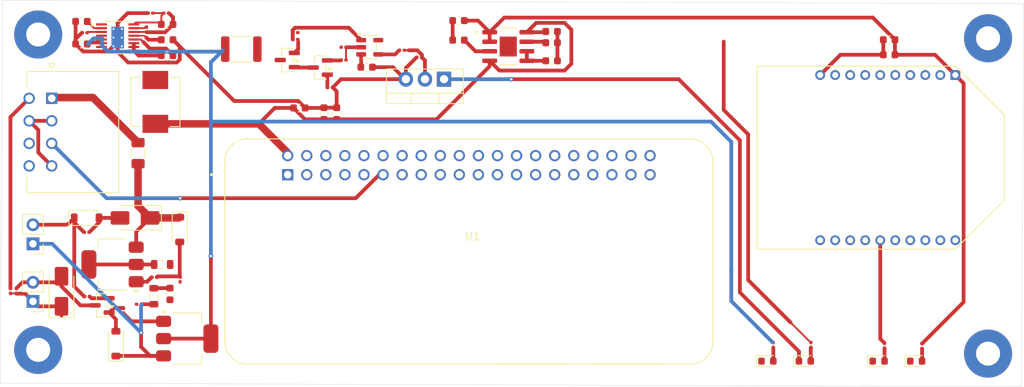
<source format=kicad_pcb>
(kicad_pcb (version 20241229) (generator "pcbnew") (generator_version "9.0")
  (layers (0 "F.Cu" signal) (2 "B.Cu" signal) (13 "F.Paste" user) (15 "B.Paste" user) (5 "F.SilkS" user "F.Silkscreen") (7 "B.SilkS" user "B.Silkscreen") (1 "F.Mask" user) (3 "B.Mask" user) (25 "Edge.Cuts" user))
  (net 0 "")
  (net 1 "GND")
  (net 2 "Net-(C1-Pad1)")
  (net 3 "/28v_inhibit/28V_Post_Inhibit")
  (net 4 "Net-(U2-INTVcc)")
  (net 5 "Net-(U2-TR{slash}SS)")
  (net 6 "5V_Pi")
  (net 7 "Net-(C6-Pad1)")
  (net 8 "Net-(U2-BST)")
  (net 9 "3V3")
  (net 10 "Net-(U4-REF)")
  (net 11 "Net-(U4-VREG)")
  (net 12 "Net-(U4-BYP)")
  (net 13 "Net-(D1-A1)")
  (net 14 "Net-(D2-A)")
  (net 15 "Net-(D3-A)")
  (net 16 "/28v_inhibit/POST_INHIB1")
  (net 17 "Net-(D4-A)")
  (net 18 "Net-(U2-FB)")
  (net 19 "Net-(D6-A)")
  (net 20 "Net-(D7-A)")
  (net 21 "Net-(D8-A)")
  (net 22 "/28v_inhibit/28v_IN")
  (net 23 "TE_2")
  (net 24 "Net-(Q1-S)")
  (net 25 "Net-(Q1-G)")
  (net 26 "Net-(Q2-G)")
  (net 27 "Net-(Q3-G)")
  (net 28 "Net-(Q4-E)")
  (net 29 "Net-(Q4-B)")
  (net 30 "Net-(Q4-C)")
  (net 31 "Net-(Q6-B)")
  (net 32 "Net-(Q6-E)")
  (net 33 "Net-(U5-GND)")
  (net 34 "Net-(D7-K)")
  (net 35 "/Burn-Wire Circuit/CTRL_IN")
  (net 36 "/Burn-Wire Circuit/ENABLE")
  (net 37 "Net-(U2-RT)")
  (net 38 "Net-(U2-PG)")
  (net 39 "Net-(U3-ASSOCIATE{slash}AD5{slash}DIO5)")
  (net 43 "Net-(D9-K)")
  (net 45 "GPIO15")
  (net 47 "Net-(U1-GND_14)")
  (net 93 "Net-(F2-Pad1)")
  (net 95 "Net-(Q5-G)")
  (net 96 "Net-(R10-Pad2)")
  (net 97 "Net-(R21-Pad1)")
  (net 99 "TE_1")
  (footprint "Resistor_SMD:R_0201_0603Metric" (layer "F.Cu") (at 163.4125 94.345 -90)
    (property "Reference" "R21" (hide yes))
    (property "Value" "10kΩ" (hide yes))
  )
  (footprint "Capacitor_SMD:C_0603_1608Metric" (layer "F.Cu") (at 173.825 55.7 180)
    (property "Reference" "C15" (hide yes))
    (property "Value" "47pF" (hide yes))
  )
  (footprint "Raspberry Pi Zero 2 W:MODULE_SC1176" (layer "F.Cu") (at 117.8575 81.9)
    (property "Reference" "U1")
    (property "Value" "Raspberry Pi Zero 2 W")
  )
  (footprint "Resistor_SMD:R_0201_0603Metric" (layer "F.Cu") (at 66.6895 52.7625 180)
    (property "Reference" "R15" (hide yes))
    (property "Value" "60.4kΩ" (hide yes))
  )
  (footprint "Resistor_SMD:R_0201_0603Metric" (layer "F.Cu") (at 94.755 52.75)
    (property "Reference" "R9" (hide yes))
    (property "Value" "100kΩ" (hide yes))
  )
  (footprint "Connector_PinHeader_2.54mm:PinHeader_1x02_P2.54mm_Vertical" (layer "F.Cu") (at 59.803 88.54 180)
    (property "Reference" "SW3" (hide yes))
    (property "Value" "SAFE_switch" (hide yes))
  )
  (footprint "Resistor_SMD:R_0201_0603Metric" (layer "F.Cu") (at 73.93 88.925)
    (property "Reference" "R4" (hide yes))
    (property "Value" "100kΩ" (hide yes))
  )
  (footprint "" (layer "F.Cu") (at 187 95.5)
    (property "Reference" "")
    (property "Value" "")
  )
  (footprint "Capacitor_SMD:C_0603_1608Metric" (layer "F.Cu") (at 128.875 54.1 180)
    (property "Reference" "C10" (hide yes))
    (property "Value" "1µF" (hide yes))
  )
  (footprint "Capacitor_SMD:C_0603_1608Metric" (layer "F.Cu") (at 66.2595 54.2625)
    (property "Reference" "C2" (hide yes))
    (property "Value" "4.7µF" (hide yes))
  )
  (footprint "HarnessDeck:MOLEX_430450800" (layer "F.Cu") (at 62.3 61.5 90)
    (property "Reference" "J1" (hide yes))
    (property "Value" "430450800")
  )
  (footprint "Capacitor_SMD:C_0603_1608Metric" (layer "F.Cu") (at 78.05 87.55 -90)
    (property "Reference" "C1" (hide yes))
    (property "Value" "22 µF" (hide yes))
  )
  (footprint "LED_SMD:LED_0603_1608Metric" (layer "F.Cu") (at 172.425 96.5)
    (property "Reference" "D8" (hide yes))
    (property "Value" "LED" (hide yes))
  )
  (footprint "Package_TO_SOT_SMD:SOT-223-3_TabPin2" (layer "F.Cu") (at 70.4 83.625 180)
    (property "Reference" "Q1" (hide yes))
    (property "Value" "FQPF27P06" (hide yes))
  )
  (footprint "Resistor_SMD:R_0201_0603Metric" (layer "F.Cu") (at 99.3675 60.05)
    (property "Reference" "R14" (hide yes))
    (property "Value" "R" (hide yes))
  )
  (footprint "Resistor_SMD:R_0201_0603Metric" (layer "F.Cu") (at 173.2 94.445 90)
    (property "Reference" "R20" (hide yes))
    (property "Value" "10 kΩ" (hide yes))
  )
  (footprint "XBee:XBP24-Z7SIT-004" (layer "F.Cu") (at 172.7 69.4 -90)
    (property "Reference" "U3" (hide yes))
    (property "Value" "DIGI XBee-PRO 900HP RF Module (S3B)")
  )
  (footprint "Capacitor_SMD:C_0603_1608Metric" (layer "F.Cu") (at 77.675 55.8)
    (property "Reference" "C6" (hide yes))
    (property "Value" "0.1µF" (hide yes))
  )
  (footprint "Package_TO_SOT_SMD:SOT-223-3_TabPin2" (layer "F.Cu") (at 80.35 93.5)
    (property "Reference" "Q2" (hide yes))
    (property "Value" "FQPF27P06" (hide yes))
  )
  (footprint "Inductor_SMD:L_Vishay_IHLP-2525" (layer "F.Cu") (at 76.1 61.979 -90)
    (property "Reference" "L3" (hide yes))
    (property "Value" "4.7µH" (hide yes))
  )
  (footprint "Resistor_SMD:R_0201_0603Metric" (layer "F.Cu") (at 74.935 52.34 -90)
    (property "Reference" "R18" (hide yes))
    (property "Value" "100kΩ" (hide yes))
  )
  (footprint "Capacitor_SMD:C_0603_1608Metric" (layer "F.Cu") (at 173.825 53.7 180)
    (property "Reference" "C16" (hide yes))
    (property "Value" "1µF" (hide yes))
  )
  (footprint "Resistor_SMD:R_0201_0603Metric" (layer "F.Cu") (at 94.7575 53.65 180)
    (property "Reference" "R12" (hide yes))
    (property "Value" "R" (hide yes))
  )
  (footprint "Capacitor_SMD:C_0603_1608Metric" (layer "F.Cu") (at 77.675 51.66 180)
    (property "Reference" "C5" (hide yes))
    (property "Value" "10pF" (hide yes))
  )
  (footprint "Resistor_SMD:R_0201_0603Metric" (layer "F.Cu") (at 178.2 94.5 90)
    (property "Reference" "R19" (hide yes))
    (property "Value" "1 kΩ" (hide yes))
  )
  (footprint "Capacitor_SMD:C_0603_1608Metric" (layer "F.Cu") (at 128.875 56.5 180)
    (property "Reference" "C9" (hide yes))
    (property "Value" "1µF" (hide yes))
  )
  (footprint "Diode_SMD:D_SMA" (layer "F.Cu") (at 63.603 87.2 90)
    (property "Reference" "D5" (hide yes))
    (property "Value" "3.6 V Zener" (hide yes))
  )
  (footprint "Resistor_SMD:R_0201_0603Metric" (layer "F.Cu") (at 71.85 89.78 90)
    (property "Reference" "R3" (hide yes))
    (property "Value" "100Ω" (hide yes))
  )
  (footprint "LED_SMD:LED_0603_1608Metric" (layer "F.Cu") (at 157.6125 96.5)
    (property "Reference" "D4" (hide yes))
    (property "Value" "LED" (hide yes))
  )
  (footprint "Capacitor_SMD:C_0603_1608Metric" (layer "F.Cu") (at 95.28 62.78)
    (property "Reference" "C17" (hide yes))
    (property "Value" "47µF" (hide yes))
  )
  (footprint "Package_SO:MSOP-16-1EP_3x4.039mm_P0.5mm_EP1.651x2.845mm_ThermalVias" (layer "F.Cu") (at 71.085 53.41)
    (property "Reference" "U2" (hide yes))
    (property "Value" "LT8610AC" (hide yes))
  )
  (footprint "" (layer "F.Cu") (at 187 53.5)
    (property "Reference" "")
    (property "Value" "")
  )
  (footprint "Inductor_SMD:L_0805_2012Metric" (layer "F.Cu") (at 77.0125 83.625)
    (property "Reference" "L1" (hide yes))
    (property "Value" "2.2µH" (hide yes))
  )
  (footprint "LED_SMD:LED_0603_1608Metric" (layer "F.Cu") (at 177.425 96.5)
    (property "Reference" "D6" (hide yes))
    (property "Value" "LED" (hide yes))
  )
  (footprint "Resistor_SMD:R_0201_0603Metric" (layer "F.Cu") (at 67 87.9 180)
    (property "Reference" "R5" (hide yes))
    (property "Value" "10kΩ" (hide yes))
  )
  (footprint "Package_TO_SOT_SMD:SOT-23" (layer "F.Cu") (at 98.075 57.4 180)
    (property "Reference" "Q6" (hide yes))
    (property "Value" "Q_NPN_BEC" (hide yes))
  )
  (footprint "Capacitor_SMD:C_0603_1608Metric" (layer "F.Cu") (at 116.475 53.75)
    (property "Reference" "C11" (hide yes))
    (property "Value" "1µF" (hide yes))
  )
  (footprint "Fuse:Fuse_1206_3216Metric" (layer "F.Cu") (at 73.8 68.8 -90)
    (property "Reference" "F1" (hide yes))
    (property "Value" "045101.5" (hide yes))
  )
  (footprint "" (layer "F.Cu") (at 60.5 53)
    (property "Reference" "")
    (property "Value" "")
  )
  (footprint "Resistor_SMD:R_0201_0603Metric" (layer "F.Cu") (at 108.945 55.1 180)
    (property "Reference" "R10" (hide yes))
    (property "Value" "47Ω" (hide yes))
  )
  (footprint "Package_TO_SOT_SMD:SOT-23" (layer "F.Cu") (at 69.0125 89.075 180)
    (property "Reference" "Q3" (hide yes))
    (property "Value" "2N7000" (hide yes))
  )
  (footprint "Resistor_SMD:R_0201_0603Metric" (layer "F.Cu") (at 75.97 85.325)
    (property "Reference" "R1" (hide yes))
    (property "Value" "100Ω" (hide yes))
  )
  (footprint "Capacitor_SMD:C_0603_1608Metric" (layer "F.Cu") (at 104.2375 57.35)
    (property "Reference" "C13" (hide yes))
    (property "Value" "0.1 µF" (hide yes))
  )
  (footprint "Resistor_SMD:R_0201_0603Metric" (layer "F.Cu") (at 77.555 50.16)
    (property "Reference" "R17" (hide yes))
    (property "Value" "412kΩ" (hide yes))
  )
  (footprint "Capacitor_SMD:C_0603_1608Metric" (layer "F.Cu") (at 128.875 52.6 180)
    (property "Reference" "C12" (hide yes))
    (property "Value" "10µF" (hide yes))
  )
  (footprint "Package_TO_SOT_THT:TO-220-3_Vertical" (layer "F.Cu") (at 114.545 58.95 180)
    (property "Reference" "Q5" (hide yes))
    (property "Value" "NMOS" (hide yes))
  )
  (footprint "Package_TO_SOT_SMD:SOT-23" (layer "F.Cu") (at 93.675 56.4 180)
    (property "Reference" "Q4" (hide yes))
    (property "Value" "Q_PI" (hide yes))
  )
  (footprint "Capacitor_SMD:C_0603_1608Metric" (layer "F.Cu") (at 98.55 63.525 -90)
    (property "Reference" "C14" (hide yes))
    (property "Value" "47µF" (hide yes))
  )
  (footprint "Resistor_SMD:R_0201_0603Metric" (layer "F.Cu") (at 79.4 85.62 -90)
    (property "Reference" "R2" (hide yes))
    (property "Value" "100kΩ" (hide yes))
  )
  (footprint "LED_SMD:LED_0603_1608Metric" (layer "F.Cu") (at 162.6 96.5)
    (property "Reference" "D7" (hide yes))
    (property "Value" "LED" (hide yes))
  )
  (footprint "Resistor_SMD:R_0201_0603Metric" (layer "F.Cu") (at 158.4 94.355 90)
    (property "Reference" "R22" (hide yes))
    (property "Value" "10kΩ" (hide yes))
  )
  (footprint "Capacitor_SMD:C_0603_1608Metric" (layer "F.Cu") (at 66.2595 51.2625 180)
    (property "Reference" "C4" (hide yes))
    (property "Value" "10nF" (hide yes))
  )
  (footprint "Capacitor_SMD:C_0603_1608Metric" (layer "F.Cu") (at 116.475 51.15)
    (property "Reference" "C8" (hide yes))
    (property "Value" "10µF" (hide yes))
  )
  (footprint "Package_TO_SOT_SMD:SOT-23-5" (layer "F.Cu") (at 104.65 54.7)
    (property "Reference" "U5" (hide yes))
    (property "Value" "74LVC1G08" (hide yes))
  )
  (footprint "Diode_SMD:D_SMA" (layer "F.Cu") (at 73.4 77.425 180)
    (property "Reference" "D1" (hide yes))
    (property "Value" "SMAJ36A" (hide yes))
  )
  (footprint "ADP7158ARDZ-3.3-R7:SOIC127P600X175-9N" (layer "F.Cu") (at 123.1 54.6)
    (property "Reference" "U4" (hide yes))
    (property "Value" "ADP7159" (hide yes))
  )
  (footprint "Resistor_SMD:R_0201_0603Metric" (layer "F.Cu") (at 66.955 79.325 180)
    (property "Reference" "R6" (hide yes))
    (property "Value" "100kΩ" (hide yes))
  )
  (footprint "Resistor_SMD:R_0201_0603Metric" (layer "F.Cu") (at 101.175 54.7 180)
    (property "Reference" "R8" (hide yes))
    (property "Value" "100kΩ" (hide yes))
  )
  (footprint "Fuse:Fuse_1812_4532Metric" (layer "F.Cu") (at 87.55 54.95 180)
    (property "Reference" "F2" (hide yes))
    (property "Value" "1.0 A" (hide yes))
  )
  (footprint "Diode_SMD:D_SOD-123" (layer "F.Cu") (at 66.95 77.425)
    (property "Reference" "D9" (hide yes))
    (property "Value" "BZT52B12" (hide yes))
  )
  (footprint "Capacitor_SMD:C_0603_1608Metric" (layer "F.Cu") (at 77.675 53.7 180)
    (property "Reference" "C3" (hide yes))
    (property "Value" "1µF" (hide yes))
  )
  (footprint "" (layer "F.Cu") (at 60.5 95)
    (property "Reference" "")
    (property "Value" "")
  )
  (footprint "Diode_SMD:D_SOD-123" (layer "F.Cu") (at 70.85 94.175 90)
    (property "Reference" "D3" (hide yes))
    (property "Value" "BZT52B12" (hide yes))
  )
  (footprint "Resistor_SMD:R_0201_0603Metric" (layer "F.Cu") (at 111.245 56.05)
    (property "Reference" "R11" (hide yes))
    (property "Value" "100kΩ" (hide yes))
  )
  (footprint "Inductor_SMD:L_0805_2012Metric" (layer "F.Cu") (at 75.9 87.8625 -90)
    (property "Reference" "L2" (hide yes))
    (property "Value" "2.2µH" (hide yes))
  )
  (footprint "Connector_PinHeader_2.54mm:PinHeader_1x02_P2.54mm_Vertical" (layer "F.Cu") (at 59.8 80.875 180)
    (property "Reference" "SW1" (hide yes))
    (property "Value" "SAFE_switch" (hide yes))
  )
  (footprint "Resistor_SMD:R_0201_0603Metric" (layer "F.Cu") (at 75.455 50.15)
    (property "Reference" "R16" (hide yes))
    (property "Value" "100kΩ" (hide yes))
  )
  (footprint "Resistor_SMD:R_0201_0603Metric" (layer "F.Cu") (at 56.803 87.155 90)
    (property "Reference" "R7" (hide yes))
    (property "Value" "10kΩ" (hide yes))
  )
  (footprint "Capacitor_SMD:C_0603_1608Metric" (layer "F.Cu") (at 100.25 63.525 -90)
    (property "Reference" "C7" (hide yes))
    (property "Value" "47µF" (hide yes))
  )
  (footprint "Resistor_SMD:R_0201_0603Metric" (layer "F.Cu") (at 57.603 87.155 90)
    (property "Reference" "R23" (hide yes))
    (property "Value" "100kΩ" (hide yes))
  )
  (footprint "Resistor_SMD:R_0201_0603Metric" (layer "F.Cu") (at 101.175 56.4)
    (property "Reference" "R13" (hide yes))
    (property "Value" "R" (hide yes))
  )
  (footprint "Diode_SMD:D_SOD-123" (layer "F.Cu") (at 79.35 78.975 -90)
    (property "Reference" "D2" (hide yes))
    (property "Value" "BZT52B12" (hide yes))
  )
  (gr_line (start 55.438202 99.429099) (end 55.763004 48.430133) (stroke (width 0.05)) (layer "Edge.Cuts"))
  (gr_line (start 191.437409 99.893621) (end 191.762211 48.894655) (stroke (width 0.05)) (layer "Edge.Cuts"))
  (gr_line (start 55.763004 48.430133) (end 191.762211 48.894655) (stroke (width 0.05)) (layer "Edge.Cuts"))
  (gr_line (start 55.438202 99.429099) (end 191.437409 99.893621) (stroke (width 0.05)) (layer "Edge.Cuts"))
  (segment (start 71.085 51.4875) (end 72.4225 50.15) (width 0.5) (layer "F.Cu") (net 1))
  (segment (start 173.05 55.7) (end 173.05 53.7) (width 0.5) (layer "F.Cu") (net 1))
  (segment (start 58.397 86) (end 57.603 86.794) (width 0.5) (layer "F.Cu") (net 1))
  (segment (start 122.3 55.4) (end 123.1 54.6) (width 0.5) (layer "F.Cu") (net 1))
  (segment (start 79.351 54.601) (end 79.351 56.336242) (width 0.5) (layer "F.Cu") (net 1))
  (segment (start 100.25 62.75) (end 100.25 60.5715) (width 0.5) (layer "F.Cu") (net 1))
  (segment (start 68.6 77.425) (end 68.6 78.041) (width 0.5) (layer "F.Cu") (net 1))
  (segment (start 60.511 68.711) (end 60.511 65.711) (width 0.5) (layer "F.Cu") (net 1))
  (segment (start 71.085 55.3325) (end 71.085 53.41) (width 0.5) (layer "F.Cu") (net 1))
  (segment (start 59.803 86) (end 58.397 86) (width 0.5) (layer "F.Cu") (net 1))
  (segment (start 129.65 56.5) (end 129.65 54.1) (width 0.5) (layer "F.Cu") (net 1))
  (segment (start 65.4845 54.2625) (end 65.4845 53.6065) (width 0.5) (layer "F.Cu") (net 1))
  (segment (start 60.511 65.711) (end 59.3 64.5) (width 0.5) (layer "F.Cu") (net 1))
  (segment (start 78.45 53.7) (end 86.604 61.854) (width 0.5) (layer "F.Cu") (net 1))
  (segment (start 71.085 53.980956) (end 71.085 53.41) (width 0.5) (layer "F.Cu") (net 1))
  (segment (start 109.35 58.95) (end 107.75 57.35) (width 0.5) (layer "F.Cu") (net 1))
  (segment (start 68.6 78.041) (end 67.316 79.325) (width 0.5) (layer "F.Cu") (net 1))
  (segment (start 100.25 62.75) (end 98.55 62.75) (width 0.5) (layer "F.Cu") (net 1))
  (segment (start 100.8285 58.95) (end 99.7285 60.05) (width 0.5) (layer "F.Cu") (net 1))
  (segment (start 109.465 58.95) (end 109.465 57.469) (width 0.5) (layer "F.Cu") (net 1))
  (segment (start 115.7 51.15) (end 115.7 53.75) (width 0.5) (layer "F.Cu") (net 1))
  (segment (start 66.126292 89.075) (end 68.075 89.075) (width 0.5) (layer "F.Cu") (net 1))
  (segment (start 95.129 61.854) (end 96.055 62.78) (width 0.5) (layer "F.Cu") (net 1))
  (segment (start 86.604 61.854) (end 95.129 61.854) (width 0.5) (layer "F.Cu") (net 1))
  (segment (start 78.961242 56.726) (end 72.4785 56.726) (width 0.5) (layer "F.Cu") (net 1))
  (segment (start 59.3 64.5) (end 62.3 64.5) (width 0.5) (layer "F.Cu") (net 1))
  (segment (start 100.855 54.555) (end 100.855 54.7) (width 0.2) (layer "F.Cu") (net 1))
  (segment (start 78.45 53.7) (end 79.351 54.601) (width 0.5) (layer "F.Cu") (net 1))
  (segment (start 109.465 58.95) (end 109.35 58.95) (width 0.5) (layer "F.Cu") (net 1))
  (segment (start 62.3 70.5) (end 60.511 68.711) (width 0.5) (layer "F.Cu") (net 1))
  (segment (start 164.64 58.4) (end 167.34 55.7) (width 0.5) (layer "F.Cu") (net 1))
  (segment (start 65.4845 54.2625) (end 66.483 55.261) (width 0.5) (layer "F.Cu") (net 1))
  (segment (start 167.34 55.7) (end 173.05 55.7) (width 0.5) (layer "F.Cu") (net 1))
  (segment (start 109.465 58.95) (end 100.8285 58.95) (width 0.5) (layer "F.Cu") (net 1))
  (segment (start 107.75 57.35) (end 105.0125 57.35) (width 0.5) (layer "F.Cu") (net 1))
  (segment (start 59.803 86) (end 62.803 86) (width 0.5) (layer "F.Cu") (net 1))
  (segment (start 129.65 54.1) (end 129.65 52.6) (width 0.5) (layer "F.Cu") (net 1))
  (segment (start 63.603 85.2) (end 63.603 86.551708) (width 0.5) (layer "F.Cu") (net 1))
  (segment (start 69.804956 55.261) (end 71.085 53.980956) (width 0.5) (layer "F.Cu") (net 1))
  (segment (start 96.055 62.78) (end 98.52 62.78) (width 0.5) (layer "F.Cu") (net 1))
  (segment (start 71.085 53.41) (end 71.085 51.4875) (width 0.5) (layer "F.Cu") (net 1))
  (segment (start 65.4845 53.6065) (end 66.3285 52.7625) (width 0.5) (layer "F.Cu") (net 1))
  (segment (start 98.52 62.78) (end 98.55 62.75) (width 0.5) (layer "F.Cu") (net 1))
  (segment (start 109.465 57.469) (end 110.884 56.05) (width 0.5) (layer "F.Cu") (net 1))
  (segment (start 63.603 86.551708) (end 66.126292 89.075) (width 0.5) (layer "F.Cu") (net 1))
  (segment (start 62.803 86) (end 63.603 85.2) (width 0.5) (layer "F.Cu") (net 1))
  (segment (start 72.4785 56.726) (end 71.085 55.3325) (width 0.5) (layer "F.Cu") (net 1))
  (segment (start 68.6 77.425) (end 71.4 77.425) (width 0.5) (layer "F.Cu") (net 1))
  (segment (start 100.25 60.5715) (end 99.7285 60.05) (width 0.5) (layer "F.Cu") (net 1))
  (segment (start 65.4845 51.2625) (end 65.4845 54.2625) (width 0.5) (layer "F.Cu") (net 1))
  (segment (start 79.351 56.336242) (end 78.961242 56.726) (width 0.5) (layer "F.Cu") (net 1))
  (segment (start 72.4225 50.15) (end 75.094 50.15) (width 0.5) (layer "F.Cu") (net 1))
  (segment (start 66.483 55.261) (end 69.804956 55.261) (width 0.5) (layer "F.Cu") (net 1))
  (segment (start 78.05 86.775) (end 75.925 86.775) (width 0.5) (layer "F.Cu") (net 2))
  (segment (start 75.925 86.775) (end 75.9 86.8) (width 0.5) (layer "F.Cu") (net 2))
  (segment (start 67.0345 54.2625) (end 67.238 54.059) (width 0.5) (layer "F.Cu") (net 3))
  (segment (start 67.238 54.059) (end 68.935 54.059) (width 0.5) (layer "F.Cu") (net 3))
  (segment (start 83.5 93.5) (end 77.2 93.5) (width 0.5) (layer "F.Cu") (net 3))
  (segment (start 68.935 54.16) (end 68.935 53.16) (width 0.25) (layer "F.Cu") (net 3))
  (segment (start 83.5 93.5) (end 83.5 82.5) (width 0.5) (layer "F.Cu") (net 3))
  (via (at 83.5 82.5) (size 0.6) (drill 0.3) (layers "F.Cu" "B.Cu") (net 3))
  (segment (start 83.5 56.7) (end 85.1 55.1) (width 0.5) (layer "B.Cu") (net 3))
  (segment (start 83.5 82.5) (end 83.5 64.6) (width 0.5) (layer "B.Cu") (net 3))
  (segment (start 69 53.5) (end 67.9 53.5) (width 0.5) (layer "B.Cu") (net 3))
  (segment (start 69 54.475) (end 69 53.5) (width 0.5) (layer "B.Cu") (net 3))
  (segment (start 84.9165 55.2835) (end 69.8085 55.2835) (width 0.5) (layer "B.Cu") (net 3))
  (segment (start 85.1 55.1) (end 84.9165 55.2835) (width 0.5) (layer "B.Cu") (net 3))
  (segment (start 83.5 64.6) (end 83.5 56.7) (width 0.5) (layer "B.Cu") (net 3))
  (segment (start 152.8 84.5) (end 152.8 84.3) (width 0.5) (layer "B.Cu") (net 3))
  (segment (start 152.8 84.3) (end 152.8 88.5) (width 0.5) (layer "B.Cu") (net 3))
  (segment (start 150.1 64.6) (end 152.8 67.3) (width 0.5) (layer "B.Cu") (net 3))
  (segment (start 67.9 53.5) (end 67.1 54.3) (width 0.5) (layer "B.Cu") (net 3))
  (segment (start 152.8 67.3) (end 152.8 84.5) (width 0.5) (layer "B.Cu") (net 3))
  (segment (start 69.8085 55.2835) (end 69 54.475) (width 0.5) (layer "B.Cu") (net 3))
  (segment (start 152.8 88.5) (end 158.3 94) (width 0.5) (layer "B.Cu") (net 3))
  (segment (start 83.5 64.6) (end 150.1 64.6) (width 0.5) (layer "B.Cu") (net 3))
  (segment (start 74.893364 53.402) (end 74.856768 53.402) (width 0.2) (layer "F.Cu") (net 4))
  (segment (start 76.9 53.7) (end 75.191364 53.7) (width 0.5) (layer "F.Cu") (net 4))
  (segment (start 75.191364 53.7) (end 74.893364 53.402) (width 0.5) (layer "F.Cu") (net 4))
  (segment (start 74.856768 53.402) (end 74.614768 53.16) (width 0.2) (layer "F.Cu") (net 4))
  (segment (start 74.614768 53.16) (end 73.235 53.16) (width 0.2) (layer "F.Cu") (net 4))
  (segment (start 67.932 52.16) (end 67.0345 51.2625) (width 0.25) (layer "F.Cu") (net 5))
  (segment (start 68.935 52.16) (end 67.932 52.16) (width 0.25) (layer "F.Cu") (net 5))
  (segment (start 74.935 52.66) (end 73.235 52.66) (width 0.25) (layer "F.Cu") (net 6))
  (segment (start 130.6 57.8) (end 121.92 57.8) (width 0.5) (layer "F.Cu") (net 6))
  (segment (start 113.55 64.3) (end 120.625 57.225) (width 0.5) (layer "F.Cu") (net 6))
  (segment (start 98.55 64.3) (end 96.025 64.3) (width 0.5) (layer "F.Cu") (net 6))
  (segment (start 121.92 57.8) (end 120.625 56.505) (width 0.5) (layer "F.Cu") (net 6))
  (segment (start 78.45 51.66) (end 77.409 52.701) (width 0.5) (layer "F.Cu") (net 6))
  (segment (start 77.409 52.701) (end 74.935 52.701) (width 0.5) (layer "F.Cu") (net 6))
  (segment (start 92.01 62.78) (end 89.89 64.9) (width 0.5) (layer "F.Cu") (net 6))
  (segment (start 128.005 52.695) (end 128.1 52.6) (width 0.5) (layer "F.Cu") (net 6))
  (segment (start 78.45 51.66) (end 78.45 50.694) (width 0.5) (layer "F.Cu") (net 6))
  (segment (start 94.505 62.78) (end 92.01 62.78) (width 0.5) (layer "F.Cu") (net 6))
  (segment (start 89.89 64.9) (end 93.67 68.68) (width 1) (layer "F.Cu") (net 6))
  (segment (start 125.575 52.695) (end 126.819 51.451) (width 0.5) (layer "F.Cu") (net 6))
  (segment (start 126.819 51.451) (end 130.601 51.451) (width 0.5) (layer "F.Cu") (net 6))
  (segment (start 100.25 64.3) (end 113.55 64.3) (width 0.5) (layer "F.Cu") (net 6))
  (segment (start 130.601 51.451) (end 131.5 52.35) (width 0.5) (layer "F.Cu") (net 6))
  (segment (start 96.025 64.3) (end 94.505 62.78) (width 0.5) (layer "F.Cu") (net 6))
  (segment (start 120.625 57.225) (end 120.625 56.505) (width 0.5) (layer "F.Cu") (net 6))
  (segment (start 131.5 56.9) (end 130.6 57.8) (width 0.5) (layer "F.Cu") (net 6))
  (segment (start 78.45 50.694) (end 77.916 50.16) (width 0.5) (layer "F.Cu") (net 6))
  (segment (start 100.25 64.3) (end 98.55 64.3) (width 0.5) (layer "F.Cu") (net 6))
  (segment (start 131.5 52.35) (end 131.5 56.9) (width 0.5) (layer "F.Cu") (net 6))
  (segment (start 76.1 64.9) (end 89.89 64.9) (width 1) (layer "F.Cu") (net 6))
  (segment (start 125.575 52.695) (end 128.005 52.695) (width 0.5) (layer "F.Cu") (net 6))
  (segment (start 73.875 55.8) (end 73.235 55.16) (width 0.5) (layer "F.Cu") (net 7))
  (segment (start 76.9 55.8) (end 73.875 55.8) (width 0.5) (layer "F.Cu") (net 7))
  (segment (start 73.235 55.16) (end 73.235 54.261) (width 0.5) (layer "F.Cu") (net 7))
  (segment (start 77.524 54.874) (end 78.45 55.8) (width 0.5) (layer "F.Cu") (net 8))
  (segment (start 74.5 54) (end 75.374 54.874) (width 0.5) (layer "F.Cu") (net 8))
  (segment (start 75.374 54.874) (end 77.524 54.874) (width 0.5) (layer "F.Cu") (net 8))
  (segment (start 74.16 53.66) (end 74.5 54) (width 0.25) (layer "F.Cu") (net 8))
  (segment (start 73.235 53.66) (end 74.16 53.66) (width 0.25) (layer "F.Cu") (net 8))
  (segment (start 122.57 50.75) (end 171.65 50.75) (width 0.5) (layer "F.Cu") (net 9))
  (segment (start 117.25 51.15) (end 119.08 51.15) (width 0.5) (layer "F.Cu") (net 9))
  (segment (start 179.94 55.7) (end 182.64 58.4) (width 0.5) (layer "F.Cu") (net 9))
  (segment (start 174.6 55.7) (end 174.6 53.7) (width 0.5) (layer "F.Cu") (net 9))
  (segment (start 183.745 88.635) (end 178.241 94.139) (width 0.5) (layer "F.Cu") (net 9))
  (segment (start 174.6 55.7) (end 179.94 55.7) (width 0.5) (layer "F.Cu") (net 9))
  (segment (start 182.64 58.4) (end 183.745 59.505) (width 0.5) (layer "F.Cu") (net 9))
  (segment (start 120.625 52.695) (end 120.625 53.965) (width 0.5) (layer "F.Cu") (net 9))
  (segment (start 171.65 50.75) (end 174.6 53.7) (width 0.5) (layer "F.Cu") (net 9))
  (segment (start 178.241 94.139) (end 178.2 94.139) (width 0.5) (layer "F.Cu") (net 9))
  (segment (start 119.08 51.15) (end 120.625 52.695) (width 0.5) (layer "F.Cu") (net 9))
  (segment (start 183.745 59.505) (end 183.745 88.635) (width 0.5) (layer "F.Cu") (net 9))
  (segment (start 120.625 52.695) (end 122.57 50.75) (width 0.5) (layer "F.Cu") (net 9))
  (segment (start 125.575 56.505) (end 125.575 55.235) (width 0.5) (layer "F.Cu") (net 10))
  (segment (start 125.575 56.505) (end 128.095 56.505) (width 0.5) (layer "F.Cu") (net 10))
  (segment (start 128.095 56.505) (end 128.1 56.5) (width 0.5) (layer "F.Cu") (net 10))
  (segment (start 125.575 53.965) (end 127.965 53.965) (width 0.5) (layer "F.Cu") (net 11))
  (segment (start 127.965 53.965) (end 128.1 54.1) (width 0.5) (layer "F.Cu") (net 11))
  (segment (start 117.25 53.75) (end 118.735 55.235) (width 0.5) (layer "F.Cu") (net 12))
  (segment (start 118.735 55.235) (end 120.625 55.235) (width 0.5) (layer "F.Cu") (net 12))
  (segment (start 73.55 81.325) (end 73.55 79.275) (width 0.5) (layer "F.Cu") (net 13))
  (segment (start 75.4 77.425) (end 79.25 77.425) (width 1) (layer "F.Cu") (net 13))
  (segment (start 79.25 77.425) (end 79.35 77.325) (width 1) (layer "F.Cu") (net 13))
  (segment (start 73.55 79.275) (end 75.4 77.425) (width 0.5) (layer "F.Cu") (net 13))
  (segment (start 73.8 75.825) (end 75.4 77.425) (width 1) (layer "F.Cu") (net 13))
  (segment (start 73.8 70.2) (end 73.8 75.825) (width 1) (layer "F.Cu") (net 13))
  (segment (start 76.406 85.209) (end 76.331 85.284) (width 0.5) (layer "F.Cu") (net 14))
  (segment (start 79.35 85.209) (end 76.406 85.209) (width 0.5) (layer "F.Cu") (net 14))
  (segment (start 79.35 80.625) (end 79.35 85.209) (width 0.5) (layer "F.Cu") (net 14))
  (segment (start 76.331 85.284) (end 76.331 85.325) (width 0.5) (layer "F.Cu") (net 14))
  (segment (start 79.35 85.209) (end 79.4 85.259) (width 0.5) (layer "F.Cu") (net 14))
  (segment (start 70.85 92.525) (end 70.85 90.925) (width 0.5) (layer "F.Cu") (net 15))
  (segment (start 70.556 89.419) (end 71.85 89.419) (width 0.5) (layer "F.Cu") (net 15))
  (segment (start 70.85 90.925) (end 69.95 90.025) (width 0.5) (layer "F.Cu") (net 15))
  (segment (start 69.95 90.025) (end 70.556 89.419) (width 0.5) (layer "F.Cu") (net 15))
  (segment (start 75.4 95.8) (end 74.2 94.6) (width 0.5) (layer "F.Cu") (net 16))
  (segment (start 77.2 95.8) (end 75.4 95.8) (width 0.5) (layer "F.Cu") (net 16))
  (segment (start 77.175 95.825) (end 77.2 95.8) (width 0.5) (layer "F.Cu") (net 16))
  (segment (start 75.9 88.925) (end 74.291 88.925) (width 0.5) (layer "F.Cu") (net 16))
  (segment (start 77.2 95.8) (end 70.875 95.8) (width 0.5) (layer "F.Cu") (net 16))
  (segment (start 74.2 94.6) (end 74.2 92.7) (width 0.5) (layer "F.Cu") (net 16))
  (segment (start 70.875 95.8) (end 70.85 95.825) (width 0.5) (layer "F.Cu") (net 16))
  (via (at 74.2 92.7) (size 0.6) (drill 0.3) (layers "F.Cu" "B.Cu") (net 16))
  (segment (start 74.2 92.7) (end 74.2 89.1) (width 0.5) (layer "B.Cu") (net 16))
  (segment (start 59.8 80.875) (end 62.375 80.875) (width 0.5) (layer "B.Cu") (net 16))
  (segment (start 62.375 80.875) (end 74.2 92.7) (width 0.5) (layer "B.Cu") (net 16))
  (segment (start 74.2 89.1) (end 74.3 89) (width 0.5) (layer "B.Cu") (net 16))
  (segment (start 158.4 96.5) (end 158.4 94.716) (width 0.5) (layer "F.Cu") (net 17))
  (segment (start 75.775 50.15) (end 77.225 50.15) (width 0.25) (layer "F.Cu") (net 18))
  (segment (start 76.9 50.495) (end 77.235 50.16) (width 0.25) (layer "F.Cu") (net 18))
  (segment (start 73.235 51.66) (end 73.495 51.4) (width 0.25) (layer "F.Cu") (net 18))
  (segment (start 76.64 51.4) (end 76.9 51.66) (width 0.25) (layer "F.Cu") (net 18))
  (segment (start 73.495 51.4) (end 76.64 51.4) (width 0.25) (layer "F.Cu") (net 18))
  (segment (start 77.225 50.15) (end 77.235 50.16) (width 0.25) (layer "F.Cu") (net 18))
  (segment (start 76.9 51.66) (end 76.9 50.495) (width 0.25) (layer "F.Cu") (net 18))
  (segment (start 178.2125 96.5) (end 178.2125 94.8735) (width 0.5) (layer "F.Cu") (net 19))
  (segment (start 178.2125 94.8735) (end 178.2 94.861) (width 0.5) (layer "F.Cu") (net 19))
  (segment (start 163.3875 96.5) (end 163.3875 94.731) (width 0.5) (layer "F.Cu") (net 20))
  (segment (start 163.3875 94.731) (end 163.4125 94.706) (width 0.5) (layer "F.Cu") (net 20))
  (segment (start 173.2125 96.5) (end 173.2125 94.8185) (width 0.5) (layer "F.Cu") (net 21))
  (segment (start 173.2125 94.8185) (end 173.2 94.806) (width 0.5) (layer "F.Cu") (net 21))
  (segment (start 62.401 61.399) (end 67.799 61.399) (width 1) (layer "F.Cu") (net 22))
  (segment (start 62.3 61.5) (end 62.401 61.399) (width 1) (layer "F.Cu") (net 22))
  (segment (start 67.799 61.399) (end 73.8 67.4) (width 1) (layer "F.Cu") (net 22))
  (segment (start 56.803 63.997) (end 56.803 86.794) (width 0.5) (layer "F.Cu") (net 23))
  (segment (start 59.3 61.5) (end 56.803 63.997) (width 0.5) (layer "F.Cu") (net 23))
  (segment (start 67.25 83.625) (end 73.55 83.625) (width 0.5) (layer "F.Cu") (net 24))
  (segment (start 73.55 83.625) (end 75.95 83.625) (width 0.5) (layer "F.Cu") (net 24))
  (segment (start 75.009 85.925) (end 75.609 85.325) (width 0.5) (layer "F.Cu") (net 25))
  (segment (start 73.55 85.925) (end 75.009 85.925) (width 0.5) (layer "F.Cu") (net 25))
  (segment (start 72.909 91.2) (end 71.85 90.141) (width 0.5) (layer "F.Cu") (net 26))
  (segment (start 77.2 91.2) (end 72.909 91.2) (width 0.5) (layer "F.Cu") (net 26))
  (segment (start 67.586 88.125) (end 67.361 87.9) (width 0.5) (layer "F.Cu") (net 27))
  (segment (start 69.95 88.125) (end 67.586 88.125) (width 0.5) (layer "F.Cu") (net 27))
  (segment (start 95.1185 54.944) (end 95.1185 53.981004) (width 0.5) (layer "F.Cu") (net 28))
  (segment (start 94.6125 55.45) (end 95.1185 54.944) (width 0.5) (layer "F.Cu") (net 28))
  (segment (start 97.1375 57.4) (end 94.6625 57.4) (width 0.5) (layer "F.Cu") (net 29))
  (segment (start 94.6625 57.4) (end 94.6125 57.35) (width 0.5) (layer "F.Cu") (net 29))
  (segment (start 99.0125 58.35) (end 99.0065 58.356) (width 0.5) (layer "F.Cu") (net 31))
  (segment (start 99.0065 58.356) (end 99.0065 60.05) (width 0.5) (layer "F.Cu") (net 31))
  (segment (start 99.0125 56.45) (end 100.764 56.45) (width 0.5) (layer "F.Cu") (net 32))
  (segment (start 100.764 56.45) (end 100.814 56.4) (width 0.5) (layer "F.Cu") (net 32))
  (segment (start 103.5125 57.3) (end 103.4625 57.35) (width 0.5) (layer "F.Cu") (net 33))
  (segment (start 103.5125 55.65) (end 103.5125 57.3) (width 0.5) (layer "F.Cu") (net 33))
  (segment (start 161.8125 95.2125) (end 161.8125 96.5) (width 0.5) (layer "F.Cu") (net 34))
  (segment (start 153.95 87.35) (end 161.8125 95.2125) (width 0.5) (layer "F.Cu") (net 34))
  (segment (start 145.8 58.95) (end 153.95 67.1) (width 0.5) (layer "F.Cu") (net 34))
  (segment (start 153.95 67.1) (end 153.95 87.35) (width 0.5) (layer "F.Cu") (net 34))
  (segment (start 123.5 58.95) (end 145.8 58.95) (width 0.5) (layer "F.Cu") (net 34))
  (via (at 123.5 58.95) (size 0.6) (drill 0.3) (layers "F.Cu" "B.Cu") (net 34))
  (segment (start 123.5 58.95) (end 114.545 58.95) (width 0.5) (layer "B.Cu") (net 34))
  (segment (start 94.713996 52.099) (end 94.394 52.418996) (width 0.5) (layer "F.Cu") (net 35))
  (segment (start 101.8615 52.099) (end 94.713996 52.099) (width 0.5) (layer "F.Cu") (net 35))
  (segment (start 94.4375 53.65) (end 94.4375 52.7525) (width 0.25) (layer "F.Cu") (net 35))
  (segment (start 94.394 52.418996) (end 94.394 53.6475) (width 0.5) (layer "F.Cu") (net 35))
  (segment (start 94.394 53.6475) (end 94.3965 53.65) (width 0.5) (layer "F.Cu") (net 35))
  (segment (start 103.5125 53.75) (end 101.8615 52.099) (width 0.5) (layer "F.Cu") (net 35))
  (segment (start 94.4375 52.7525) (end 94.435 52.75) (width 0.25) (layer "F.Cu") (net 35))
  (segment (start 63.603 89.2) (end 63.603 90.45) (width 0.5) (layer "F.Cu") (net 36))
  (segment (start 58.779 87.516) (end 57.603 87.516) (width 0.5) (layer "F.Cu") (net 36))
  (segment (start 59.803 88.54) (end 58.779 87.516) (width 0.5) (layer "F.Cu") (net 36))
  (segment (start 101.495 54.7) (end 101.495 56.4) (width 0.25) (layer "F.Cu") (net 36))
  (segment (start 63.603 89.2) (end 60.463 89.2) (width 0.5) (layer "F.Cu") (net 36))
  (segment (start 60.463 89.2) (end 59.803 88.54) (width 0.5) (layer "F.Cu") (net 36))
  (segment (start 103.5125 54.7) (end 101.536 54.7) (width 0.5) (layer "F.Cu") (net 36))
  (segment (start 56.803 87.475) (end 57.603 87.475) (width 0.25) (layer "F.Cu") (net 36))
  (segment (start 67.112 52.66) (end 67.0095 52.7625) (width 0.25) (layer "F.Cu") (net 37))
  (segment (start 68.935 52.66) (end 67.112 52.66) (width 0.25) (layer "F.Cu") (net 37))
  (segment (start 73.235 52.16) (end 74.599774 52.16) (width 0.25) (layer "F.Cu") (net 38))
  (segment (start 74.739774 52.02) (end 74.935 52.02) (width 0.25) (layer "F.Cu") (net 38))
  (segment (start 74.599774 52.16) (end 74.739774 52.02) (width 0.25) (layer "F.Cu") (net 38))
  (segment (start 172.64 80.4) (end 172.64 93.524) (width 0.5) (layer "F.Cu") (net 39))
  (segment (start 172.64 93.524) (end 173.2 94.084) (width 0.5) (layer "F.Cu") (net 39))
  (segment (start 65.3 77.425) (end 65.3 78.031) (width 0.5) (layer "F.Cu") (net 43))
  (segment (start 65.3 86.561) (end 66.639 87.9) (width 0.5) (layer "F.Cu") (net 43))
  (segment (start 65.3 77.425) (end 65.3 86.561) (width 0.5) (layer "F.Cu") (net 43))
  (segment (start 59.8 78.335) (end 64.215 78.335) (width 0.5) (layer "F.Cu") (net 43))
  (segment (start 65.3 78.031) (end 66.594 79.325) (width 0.5) (layer "F.Cu") (net 43))
  (segment (start 64.465 78.26) (end 65.3 77.425) (width 0.5) (layer "F.Cu") (net 43))
  (segment (start 112.005 56.449) (end 111.606 56.05) (width 0.5) (layer "F.Cu") (net 95))
  (segment (start 111.606 55.718996) (end 111.606 56.05) (width 0.5) (layer "F.Cu") (net 95))
  (segment (start 109.265 55.1) (end 109.85 55.1) (width 0.25) (layer "F.Cu") (net 95))
  (segment (start 109.85 55.1) (end 110.987004 55.1) (width 0.5) (layer "F.Cu") (net 95))
  (segment (start 110.987004 55.1) (end 111.606 55.718996) (width 0.5) (layer "F.Cu") (net 95))
  (segment (start 112.005 58.95) (end 112.005 56.449) (width 0.5) (layer "F.Cu") (net 95))
  (segment (start 105.7875 55.65) (end 105.7935 55.644) (width 0.5) (layer "F.Cu") (net 96))
  (segment (start 108.034 55.65) (end 108.584 55.1) (width 0.5) (layer "F.Cu") (net 96))
  (segment (start 105.7875 55.65) (end 108.034 55.65) (width 0.5) (layer "F.Cu") (net 96))
  (segment (start 151.8 63.05) (end 155.05 66.3) (width 0.5) (layer "F.Cu") (net 97))
  (segment (start 155.05 85.7) (end 160.7 91.35) (width 0.5) (layer "F.Cu") (net 97))
  (segment (start 163.375 94.025) (end 160.7 91.35) (width 0.25) (layer "F.Cu") (net 97))
  (segment (start 163.4125 94.025) (end 163.375 94.025) (width 0.25) (layer "F.Cu") (net 97))
  (segment (start 155.05 66.3) (end 155.05 85.7) (width 0.5) (layer "F.Cu") (net 97))
  (segment (start 151.8 53.95) (end 151.8 63.05) (width 0.5) (layer "F.Cu") (net 97))
  (segment (start 106.37 71.22) (end 102.79 74.8) (width 0.5) (layer "F.Cu") (net 99))
  (segment (start 102.79 74.8) (end 79.4 74.8) (width 0.5) (layer "F.Cu") (net 99))
  (via (at 79.4 74.8) (size 0.6) (drill 0.3) (layers "F.Cu" "B.Cu") (net 99))
  (segment (start 79.4 74.8) (end 69.6 74.8) (width 0.5) (layer "B.Cu") (net 99))
  (segment (start 69.6 74.8) (end 62.3 67.5) (width 0.5) (layer "B.Cu") (net 99))
)
</source>
